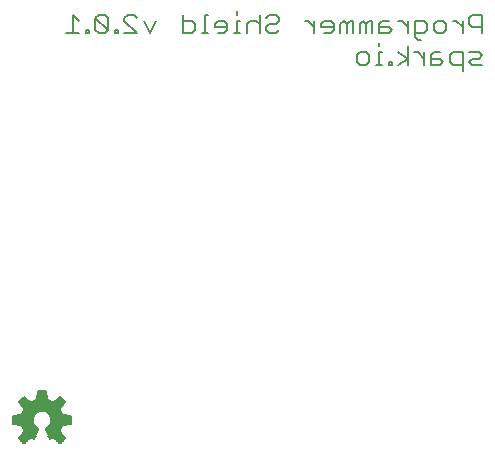
<source format=gbo>
G75*
%MOIN*%
%OFA0B0*%
%FSLAX24Y24*%
%IPPOS*%
%LPD*%
%AMOC8*
5,1,8,0,0,1.08239X$1,22.5*
%
%ADD10C,0.0070*%
%ADD11C,0.0059*%
D10*
X024853Y016518D02*
X024853Y017149D01*
X024538Y017149D01*
X024433Y017044D01*
X024433Y016833D01*
X024538Y016728D01*
X024853Y016728D01*
X025078Y016833D02*
X025183Y016938D01*
X025393Y016938D01*
X025498Y017044D01*
X025393Y017149D01*
X025078Y017149D01*
X024209Y016833D02*
X024104Y016938D01*
X023788Y016938D01*
X023788Y017044D02*
X023788Y016728D01*
X024104Y016728D01*
X024209Y016833D01*
X023894Y017149D02*
X023788Y017044D01*
X023894Y017149D02*
X024104Y017149D01*
X023564Y017149D02*
X023564Y016728D01*
X023564Y016938D02*
X023354Y017149D01*
X023249Y017149D01*
X023027Y017359D02*
X023027Y016728D01*
X023027Y016938D02*
X022712Y016728D01*
X022490Y016728D02*
X022385Y016728D01*
X022385Y016833D01*
X022490Y016833D01*
X022490Y016728D01*
X022168Y016728D02*
X021958Y016728D01*
X022063Y016728D02*
X022063Y017149D01*
X022168Y017149D01*
X022063Y017359D02*
X022063Y017464D01*
X022070Y017778D02*
X022385Y017778D01*
X022490Y017883D01*
X022385Y017988D01*
X022070Y017988D01*
X022070Y018094D02*
X022070Y017778D01*
X021845Y017778D02*
X021845Y018199D01*
X021740Y018199D01*
X021635Y018094D01*
X021530Y018199D01*
X021425Y018094D01*
X021425Y017778D01*
X021635Y017778D02*
X021635Y018094D01*
X022070Y018094D02*
X022175Y018199D01*
X022385Y018199D01*
X022712Y018199D02*
X022817Y018199D01*
X023027Y017988D01*
X023027Y017778D02*
X023027Y018199D01*
X023251Y018199D02*
X023567Y018199D01*
X023672Y018094D01*
X023672Y017883D01*
X023567Y017778D01*
X023251Y017778D01*
X023251Y017673D02*
X023251Y018199D01*
X023896Y018094D02*
X024001Y018199D01*
X024211Y018199D01*
X024316Y018094D01*
X024316Y017883D01*
X024211Y017778D01*
X024001Y017778D01*
X023896Y017883D01*
X023896Y018094D01*
X024538Y018199D02*
X024643Y018199D01*
X024853Y017988D01*
X024853Y017778D02*
X024853Y018199D01*
X025078Y018304D02*
X025078Y018094D01*
X025183Y017988D01*
X025498Y017988D01*
X025498Y017778D02*
X025498Y018409D01*
X025183Y018409D01*
X025078Y018304D01*
X023462Y017568D02*
X023356Y017568D01*
X023251Y017673D01*
X022712Y017149D02*
X023027Y016938D01*
X021738Y016833D02*
X021633Y016728D01*
X021423Y016728D01*
X021318Y016833D01*
X021318Y017044D01*
X021423Y017149D01*
X021633Y017149D01*
X021738Y017044D01*
X021738Y016833D01*
X021201Y017778D02*
X021201Y018199D01*
X021096Y018199D01*
X020991Y018094D01*
X020886Y018199D01*
X020781Y018094D01*
X020781Y017778D01*
X020991Y017778D02*
X020991Y018094D01*
X020556Y018094D02*
X020451Y018199D01*
X020241Y018199D01*
X020136Y018094D01*
X020136Y017988D01*
X020556Y017988D01*
X020556Y017883D02*
X020556Y018094D01*
X020556Y017883D02*
X020451Y017778D01*
X020241Y017778D01*
X019912Y017778D02*
X019912Y018199D01*
X019702Y018199D02*
X019597Y018199D01*
X019702Y018199D02*
X019912Y017988D01*
X018730Y017883D02*
X018625Y017778D01*
X018415Y017778D01*
X018310Y017883D01*
X018310Y017988D01*
X018415Y018094D01*
X018625Y018094D01*
X018730Y018199D01*
X018730Y018304D01*
X018625Y018409D01*
X018415Y018409D01*
X018310Y018304D01*
X018086Y018409D02*
X018086Y017778D01*
X017665Y017778D02*
X017665Y018094D01*
X017770Y018199D01*
X017981Y018199D01*
X018086Y018094D01*
X017441Y018199D02*
X017336Y018199D01*
X017336Y017778D01*
X017441Y017778D02*
X017231Y017778D01*
X017011Y017883D02*
X017011Y018094D01*
X016906Y018199D01*
X016696Y018199D01*
X016591Y018094D01*
X016591Y017988D01*
X017011Y017988D01*
X017011Y017883D02*
X016906Y017778D01*
X016696Y017778D01*
X016367Y017778D02*
X016157Y017778D01*
X016262Y017778D02*
X016262Y018409D01*
X016367Y018409D01*
X015937Y018094D02*
X015832Y018199D01*
X015517Y018199D01*
X015517Y018409D02*
X015517Y017778D01*
X015832Y017778D01*
X015937Y017883D01*
X015937Y018094D01*
X014648Y018199D02*
X014438Y017778D01*
X014228Y018199D01*
X014003Y018304D02*
X013898Y018409D01*
X013688Y018409D01*
X013583Y018304D01*
X013583Y018199D01*
X014003Y017778D01*
X013583Y017778D01*
X013359Y017778D02*
X013254Y017778D01*
X013254Y017883D01*
X013359Y017883D01*
X013359Y017778D01*
X013037Y017883D02*
X012932Y017778D01*
X012721Y017778D01*
X012616Y017883D01*
X012616Y018304D01*
X013037Y017883D01*
X013037Y018304D01*
X012932Y018409D01*
X012721Y018409D01*
X012616Y018304D01*
X012070Y018199D02*
X011860Y018409D01*
X011860Y017778D01*
X012070Y017778D02*
X011649Y017778D01*
X012287Y017778D02*
X012287Y017883D01*
X012392Y017883D01*
X012392Y017778D01*
X012287Y017778D01*
X017336Y018409D02*
X017336Y018514D01*
X025078Y016833D02*
X025183Y016728D01*
X025498Y016728D01*
D11*
X010227Y004118D02*
X010057Y004287D01*
X010259Y004535D01*
X010208Y004634D01*
X010174Y004741D01*
X009856Y004773D01*
X009856Y005013D01*
X010174Y005046D01*
X010208Y005152D01*
X010259Y005252D01*
X010057Y005499D01*
X010227Y005669D01*
X010474Y005467D01*
X010574Y005518D01*
X010681Y005553D01*
X010713Y005870D01*
X010953Y005870D01*
X010985Y005553D01*
X011092Y005518D01*
X011192Y005467D01*
X011439Y005669D01*
X011609Y005499D01*
X011407Y005252D01*
X011458Y005152D01*
X011492Y005046D01*
X011810Y005013D01*
X011810Y004773D01*
X011492Y004741D01*
X011458Y004634D01*
X011407Y004535D01*
X011609Y004287D01*
X011439Y004118D01*
X011192Y004319D01*
X011092Y004268D01*
X010951Y004609D01*
X011004Y004638D01*
X011050Y004676D01*
X011089Y004722D01*
X011117Y004776D01*
X011135Y004833D01*
X011141Y004893D01*
X011134Y004956D01*
X011115Y005016D01*
X011084Y005071D01*
X011042Y005119D01*
X010992Y005157D01*
X010935Y005184D01*
X010873Y005198D01*
X010810Y005200D01*
X010748Y005189D01*
X010689Y005165D01*
X010637Y005130D01*
X010592Y005085D01*
X010558Y005032D01*
X010536Y004973D01*
X010526Y004911D01*
X010529Y004847D01*
X010545Y004786D01*
X010572Y004730D01*
X010611Y004680D01*
X010660Y004639D01*
X010715Y004609D01*
X010574Y004268D01*
X010474Y004319D01*
X010227Y004118D01*
X010203Y004142D02*
X010256Y004142D01*
X010327Y004199D02*
X010146Y004199D01*
X010088Y004257D02*
X010397Y004257D01*
X010468Y004314D02*
X010079Y004314D01*
X010126Y004372D02*
X010617Y004372D01*
X010641Y004429D02*
X010173Y004429D01*
X010220Y004487D02*
X010665Y004487D01*
X010688Y004544D02*
X010254Y004544D01*
X010224Y004602D02*
X010712Y004602D01*
X010636Y004660D02*
X010200Y004660D01*
X010181Y004717D02*
X010582Y004717D01*
X010550Y004775D02*
X009856Y004775D01*
X009856Y004832D02*
X010533Y004832D01*
X010527Y004890D02*
X009856Y004890D01*
X009856Y004947D02*
X010532Y004947D01*
X010548Y005005D02*
X009856Y005005D01*
X010179Y005062D02*
X010578Y005062D01*
X010627Y005120D02*
X010197Y005120D01*
X010221Y005178D02*
X010720Y005178D01*
X010948Y005178D02*
X011445Y005178D01*
X011468Y005120D02*
X011041Y005120D01*
X011089Y005062D02*
X011487Y005062D01*
X011415Y005235D02*
X010250Y005235D01*
X010226Y005293D02*
X011440Y005293D01*
X011487Y005350D02*
X010179Y005350D01*
X010132Y005408D02*
X011534Y005408D01*
X011581Y005465D02*
X010085Y005465D01*
X010081Y005523D02*
X010406Y005523D01*
X010335Y005580D02*
X010138Y005580D01*
X010196Y005638D02*
X010265Y005638D01*
X010588Y005523D02*
X011078Y005523D01*
X010982Y005580D02*
X010684Y005580D01*
X010689Y005638D02*
X010976Y005638D01*
X010971Y005696D02*
X010695Y005696D01*
X010701Y005753D02*
X010965Y005753D01*
X010959Y005811D02*
X010707Y005811D01*
X010713Y005868D02*
X010953Y005868D01*
X011330Y005580D02*
X011527Y005580D01*
X011585Y005523D02*
X011260Y005523D01*
X011401Y005638D02*
X011470Y005638D01*
X011810Y005005D02*
X011119Y005005D01*
X011135Y004947D02*
X011810Y004947D01*
X011810Y004890D02*
X011140Y004890D01*
X011134Y004832D02*
X011810Y004832D01*
X011810Y004775D02*
X011117Y004775D01*
X011084Y004717D02*
X011485Y004717D01*
X011466Y004660D02*
X011031Y004660D01*
X010954Y004602D02*
X011441Y004602D01*
X011412Y004544D02*
X010977Y004544D01*
X011001Y004487D02*
X011446Y004487D01*
X011493Y004429D02*
X011025Y004429D01*
X011049Y004372D02*
X011540Y004372D01*
X011587Y004314D02*
X011198Y004314D01*
X011181Y004314D02*
X011073Y004314D01*
X011269Y004257D02*
X011578Y004257D01*
X011520Y004199D02*
X011339Y004199D01*
X011410Y004142D02*
X011463Y004142D01*
X010593Y004314D02*
X010485Y004314D01*
M02*

</source>
